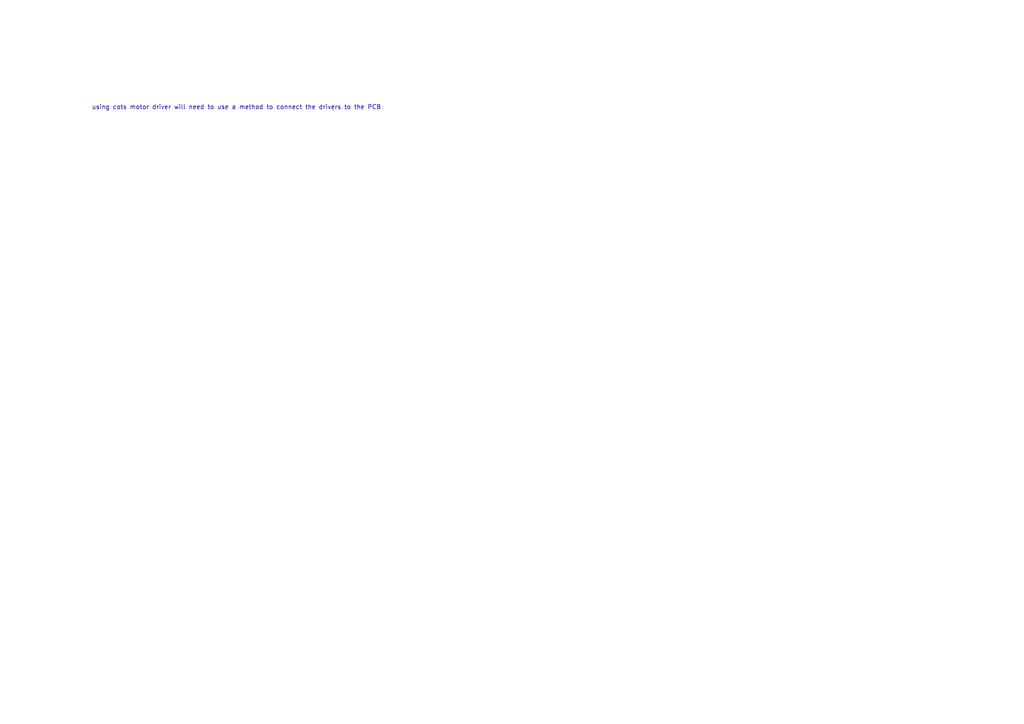
<source format=kicad_sch>
(kicad_sch
	(version 20250114)
	(generator "eeschema")
	(generator_version "9.0")
	(uuid "fff985f9-d3d8-4a42-a8fb-1f1f7a205853")
	(paper "A4")
	(lib_symbols)
	(text "using cots motor driver will need to use a method to connect the drivers to the PCB\n"
		(exclude_from_sim no)
		(at 68.58 31.242 0)
		(effects
			(font
				(size 1.27 1.27)
			)
		)
		(uuid "5998dab3-66fd-4190-bb28-e0eec66392d4")
	)
)

</source>
